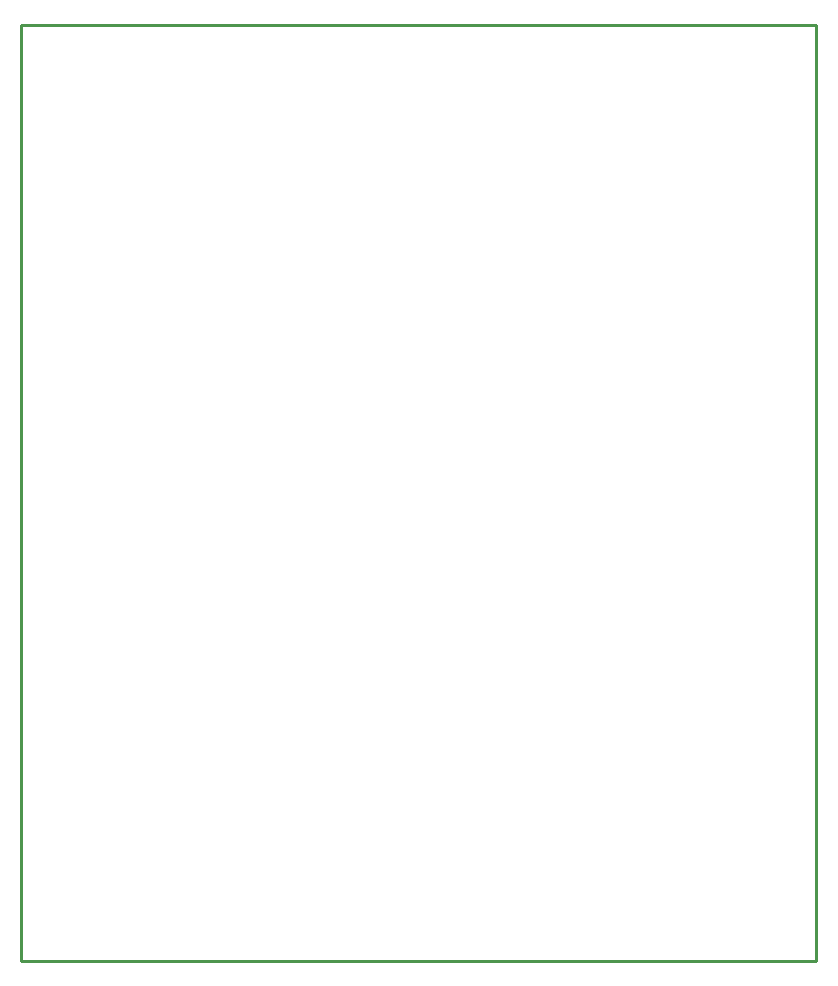
<source format=gbr>
G04*
G04 #@! TF.GenerationSoftware,Altium Limited,Altium Designer,23.5.1 (21)*
G04*
G04 Layer_Color=8388736*
%FSLAX25Y25*%
%MOIN*%
G70*
G04*
G04 #@! TF.SameCoordinates,62E66B6F-0332-4FDC-AC1A-6E2C05ECB38F*
G04*
G04*
G04 #@! TF.FilePolarity,Positive*
G04*
G01*
G75*
%ADD13C,0.01000*%
D13*
X317000Y435500D02*
X582000D01*
Y747500D01*
X317000D02*
X582000D01*
X317000Y435500D02*
Y747500D01*
M02*

</source>
